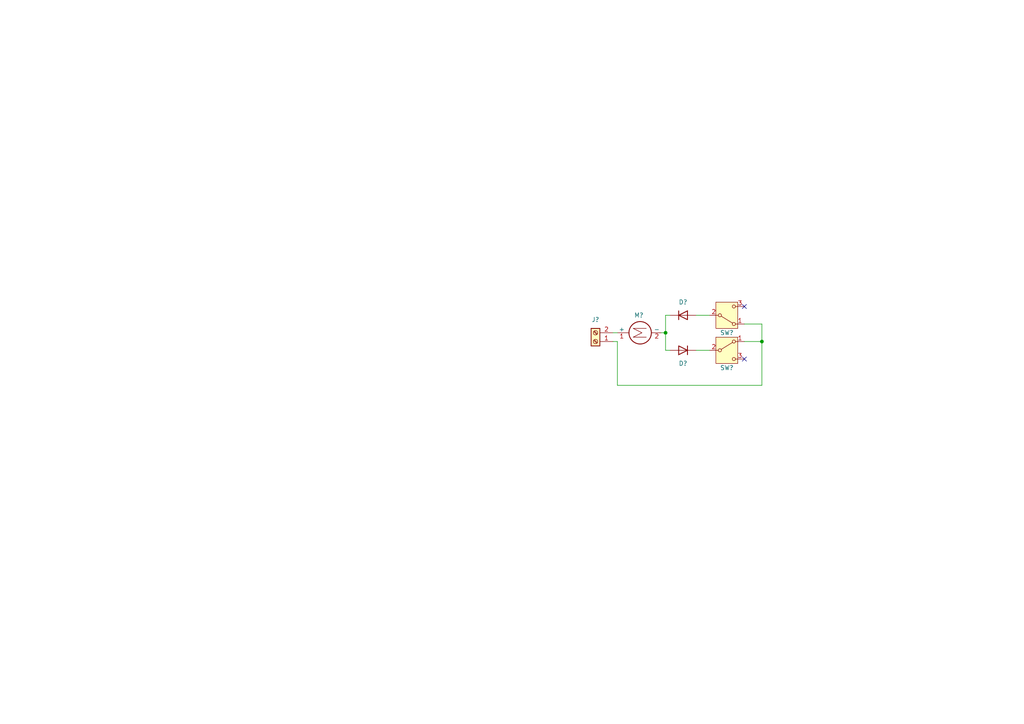
<source format=kicad_sch>
(kicad_sch (version 20231120) (generator "eeschema") (generator_version "8.0")
  (paper "A4")
  (lib_symbols
    (symbol "Connector:Screw_Terminal_01x02" (pin_names (offset 1.016) hide)
      (property "Reference" "J" (at 0 2.54 0))
      (property "Value" "Screw_Terminal_01x02" (at 0 -5.08 0))
      (symbol "Screw_Terminal_01x02_1_1"
        (rectangle (start -1.27 1.27) (end 1.27 -3.81) (stroke (width 0.254)) (fill (type background)))
        (circle (center 0 -2.54) (radius 0.635) (stroke (width 0.1524)))
        (polyline (pts (xy -0.5334 -2.2098) (xy 0.3302 -3.048)) (stroke (width 0.1524)))
        (polyline (pts (xy -0.5334 0.3302) (xy 0.3302 -0.508)) (stroke (width 0.1524)))
        (polyline (pts (xy -0.3556 -2.032) (xy 0.508 -2.8702)) (stroke (width 0.1524)))
        (polyline (pts (xy -0.3556 0.508) (xy 0.508 -0.3302)) (stroke (width 0.1524)))
        (circle (center 0 0) (radius 0.635) (stroke (width 0.1524)))
        (pin passive line (at -5.08 0 0) (length 3.81) (name "Pin_1") (number "1"))
        (pin passive line (at -5.08 -2.54 0) (length 3.81) (name "Pin_2") (number "2"))
      )
    )
    (symbol "Device:D" (pin_numbers hide) (pin_names (offset 1.016) hide)
      (property "Reference" "D" (at 0 2.54 0))
      (property "Value" "D" (at 0 -2.54 0))
      (symbol "D_0_1"
        (polyline (pts (xy -1.27 1.27) (xy -1.27 -1.27)) (stroke (width 0.254)))
        (polyline (pts (xy 1.27 0) (xy -1.27 0)))
        (polyline (pts (xy 1.27 1.27) (xy 1.27 -1.27) (xy -1.27 0) (xy 1.27 1.27)) (stroke (width 0.254)))
      )
      (symbol "D_1_1"
        (pin passive line (at -3.81 0 0) (length 2.54) (name "K") (number "1"))
        (pin passive line (at 3.81 0 180) (length 2.54) (name "A") (number "2"))
      )
    )
    (symbol "Motor:Motor_DC" (pin_names (offset 0))
      (property "Reference" "M" (at 2.54 2.54 0))
      (property "Value" "Motor_DC" (at 2.54 -5.08 0))
      (symbol "Motor_DC_0_0"
        (polyline (pts (xy -1.27 -3.302) (xy -1.27 0.508) (xy 0 -2.032) (xy 1.27 0.508) (xy 1.27 -3.302)))
      )
      (symbol "Motor_DC_0_1"
        (circle (center 0 -1.524) (radius 3.2512) (stroke (width 0.254)))
        (polyline (pts (xy 0 -7.62) (xy 0 -7.112)))
        (polyline (pts (xy 0 -4.7752) (xy 0 -5.1816)))
        (polyline (pts (xy 0 1.7272) (xy 0 2.0828)))
        (polyline (pts (xy 0 2.032) (xy 0 2.54)))
      )
      (symbol "Motor_DC_1_1"
        (pin passive line (at 0 5.08 270) (length 2.54) (name "+") (number "1"))
        (pin passive line (at 0 -7.62 90) (length 2.54) (name "-") (number "2"))
      )
    )
    (symbol "Switch:SW_SPDT" (pin_names (offset 0) hide)
      (property "Reference" "SW" (at 0 5.08 0))
      (property "Value" "SW_SPDT" (at 0 -5.08 0))
      (symbol "SW_SPDT_0_1"
        (circle (center -2.032 0) (radius 0.4572))
        (polyline (pts (xy -1.651 0.254) (xy 1.651 2.286)))
        (circle (center 2.032 -2.54) (radius 0.4572))
        (circle (center 2.032 2.54) (radius 0.4572))
      )
      (symbol "SW_SPDT_1_1"
        (rectangle (start -3.175 3.81) (end 3.175 -3.81) (fill (type background)))
        (pin passive line (at 5.08 2.54 180) (length 2.54) (name "A") (number "1"))
        (pin passive line (at -5.08 0 0) (length 2.54) (name "B") (number "2"))
        (pin passive line (at 5.08 -2.54 180) (length 2.54) (name "C") (number "3"))
      )
    )
  )
  (junction (at 193.04 96.52))
  (junction (at 220.98 99.06))
  (no_connect (at 215.9 88.9))
  (no_connect (at 215.9 104.14))
  (wire (pts (xy 179.07 99.06) (xy 179.07 111.76)))
  (wire (pts (xy 201.93 91.44) (xy 205.74 91.44)))
  (wire (pts (xy 179.07 99.06) (xy 177.8 99.06)))
  (wire (pts (xy 193.04 96.52) (xy 193.04 91.44)))
  (wire (pts (xy 191.77 96.52) (xy 193.04 96.52)))
  (wire (pts (xy 193.04 101.6) (xy 193.04 96.52)))
  (wire (pts (xy 220.98 93.98) (xy 215.9 93.98)))
  (wire (pts (xy 215.9 99.06) (xy 220.98 99.06)))
  (wire (pts (xy 193.04 91.44) (xy 194.31 91.44)))
  (wire (pts (xy 177.8 96.52) (xy 179.07 96.52)))
  (wire (pts (xy 220.98 99.06) (xy 220.98 93.98)))
  (wire (pts (xy 220.98 111.76) (xy 220.98 99.06)))
  (wire (pts (xy 179.07 111.76) (xy 220.98 111.76)))
  (wire (pts (xy 201.93 101.6) (xy 205.74 101.6)))
  (wire (pts (xy 194.31 101.6) (xy 193.04 101.6)))
  (symbol (lib_id "Device:D") (at 198.12 101.6 180) (unit 1)
    (property "Reference" "D?" (at 198.12 105.41 0))
    (property "Value" "D" (effects (hide yes)))
    (property "Description" "Diode" (effects (hide yes)))
    (property "Sim.Device" "D" (effects (hide yes)))
    (property "Sim.Pins" "1=K 2=A" (effects (hide yes)))
  )
  (symbol (lib_id "Device:D") (at 198.12 91.44 0) (unit 1)
    (property "Reference" "D?" (at 198.12 87.63 0))
    (property "Value" "D" (effects (hide yes)))
    (property "Description" "Diode" (effects (hide yes)))
    (property "Sim.Device" "D" (effects (hide yes)))
    (property "Sim.Pins" "1=K 2=A" (effects (hide yes)))
  )
  (symbol (lib_id "Motor:Motor_DC") (at 184.15 96.52 90) (unit 1)
    (property "Reference" "M?" (at 186.69 91.44 90) (effects (justify left)))
    (property "Value" "servo" (effects (hide yes)))
    (property "Description" "DC Motor" (effects (hide yes)))
  )
  (symbol (lib_id "Connector:Screw_Terminal_01x02") (at 172.72 99.06 180) (unit 1)
    (property "Reference" "J?" (at 172.72 92.71 0))
    (property "Value" "Screw_Terminal_01x02" (effects (hide yes)))
    (property "Description" "Generic screw terminal, single row, 01x02, script generated (kicad-library-utils/schlib/autogen/connector/)" (effects (hide yes)))
  )
  (symbol (lib_id "Switch:SW_SPDT") (at 210.82 101.6 0) (unit 1)
    (property "Reference" "SW?" (at 210.82 106.68 0))
    (property "Value" "SW_SPDT" (effects (hide yes)))
    (property "Description" "Switch, single pole double throw" (effects (hide yes)))
  )
  (symbol (lib_id "Switch:SW_SPDT") (at 210.82 91.44 0) (mirror x) (unit 1)
    (property "Reference" "SW?" (at 210.82 96.52 0))
    (property "Value" "SW_SPDT" (effects (hide yes)))
    (property "Description" "Switch, single pole double throw" (effects (hide yes)))
  )
)
</source>
